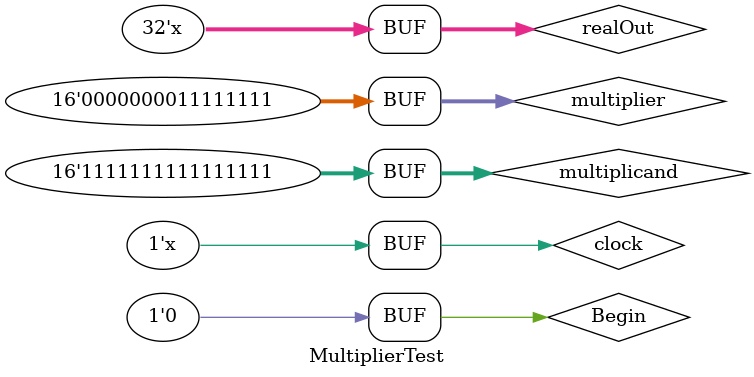
<source format=v>
`timescale 1ns/1ps

module MultiplierTest();

parameter width = 16;

reg clock;
reg [width-1:0] multiplicand;
reg [width-1:0] multiplier;
reg Begin;
wire [(2*width)-1:0] Q_out;

reg [(2*width)-1:0] realOut;

Multiplier#(
	.width(width)
)
mult(
	.CLK(clock),
	.Multiplicand(multiplicand),
	.Multiplier(multiplier),
	.Begin(Begin),
	
	.Product(Q_out)
);

initial begin
	clock <= 0;
	multiplicand <= 16'h8000;
	multiplier <= 16'h0045;
	Begin <= 1;
	#5
	Begin <= 0;
	realOut <= $signed(multiplicand) * $signed(multiplier);
	#66
	if (realOut == Q_out) 
		$display("Pass");
	else $display("Fail");
	#1
	multiplicand <= 16'h07FF;
	multiplier <= 16'h00FF;
	Begin <= 1;
	#5
	Begin <= 0;
	realOut <= $signed(multiplicand) * $signed(multiplier);
	#66
	if (realOut == Q_out) 
		$display("Pass");
	else $display("Fail");
	#1
	multiplicand <= 16'hFFFF;
	multiplier <= 16'h00FF;
	Begin <= 1;
	#5
	Begin <= 0;
	realOut <= $signed(multiplicand) * $signed(multiplier);
	#66
	if (realOut == Q_out) 
		$display("Pass");
	else $display("Fail");
end

always @(*)
begin
	#1 clock <= ~clock;
end

endmodule


</source>
